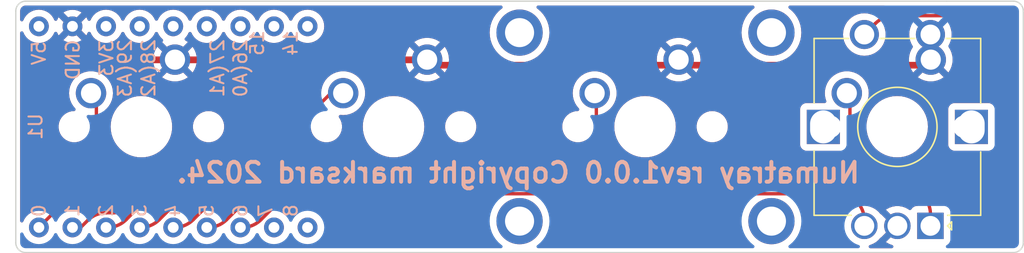
<source format=kicad_pcb>
(kicad_pcb (version 20221018) (generator pcbnew)
  (title_block (title "Numatray") (date "2024-11-14") (rev "1.0.0"))
  (layers (0 "F.Cu" signal) (31 "B.Cu" signal) (34 "B.Paste" user) (35 "F.Paste" user) (36 "B.SilkS" user "B.Silkscreen") (37 "F.SilkS" user "F.Silkscreen") (38 "B.Mask" user) (39 "F.Mask" user) (44 "Edge.Cuts" user))
  (net 0 "")
  (net 1 "+5V")
  (net 2 "GND")
  (net 3 "ec1a")
  (net 4 "col5")
  (net 11 "col2")
  (net 12 "col3")
  (net 13 "col4")
  (net 14 "col1")
  (net 17 "+3V3")
  (net 18 "ec1b")
  (footprint "Marksard_Audio:M2_THT_Hole" (layer "F.Cu") (at 104.775038 59.531254)
    (fp_text reference "H4" hide)
    (fp_text value "M2_TH" hide)
    (pad "" thru_hole circle (at 0 0) (size 3.5 3.5) (drill 2.2) (layers "*.Cu" "*.Mask"))
  )
  (footprint "Marksard_Keyboard:RotaryEncoder_EC12E-Switch_Vertical" (layer "F.Cu") (at 114.300046 52.387498)
    (fp_text reference "SW5" hide)
    (fp_text value "REwS" hide)
    (fp_line (start -6.3 -6.699054) (end -6.3 -1.799054) (stroke (width 0.12)) (layer "F.SilkS"))
    (fp_line (start -6.3 1.800946) (end -6.3 6.700946) (stroke (width 0.12)) (layer "F.SilkS"))
    (fp_line (start -6.3 6.700946) (end -3.5 6.700946) (stroke (width 0.12)) (layer "F.SilkS"))
    (fp_line (start -3.7 -6.699054) (end -6.3 -6.699054) (stroke (width 0.12)) (layer "F.SilkS"))
    (fp_line (start 0 0.500946) (end 0 -0.499054) (stroke (width 0.12)) (layer "F.SilkS"))
    (fp_line (start 0.5 0.000946) (end -0.5 0.000946) (stroke (width 0.12)) (layer "F.SilkS"))
    (fp_line (start 1.3 -6.699054) (end -1.3 -6.699054) (stroke (width 0.12)) (layer "F.SilkS"))
    (fp_line (start 3.8 7.500946) (end 4.1 7.800946) (stroke (width 0.12)) (layer "F.SilkS"))
    (fp_line (start 4.1 7.200946) (end 3.8 7.500946) (stroke (width 0.12)) (layer "F.SilkS"))
    (fp_line (start 4.1 7.800946) (end 4.1 7.200946) (stroke (width 0.12)) (layer "F.SilkS"))
    (fp_line (start 6.3 -6.699054) (end 3.7 -6.699054) (stroke (width 0.12)) (layer "F.SilkS"))
    (fp_line (start 6.3 -1.799054) (end 6.3 -6.699054) (stroke (width 0.12)) (layer "F.SilkS"))
    (fp_line (start 6.3 1.900946) (end 6.3 6.700946) (stroke (width 0.12)) (layer "F.SilkS"))
    (fp_line (start 6.3 6.700946) (end 3.8 6.700946) (stroke (width 0.12)) (layer "F.SilkS"))
    (fp_circle (center 0 0.000946) (end 0 -2.999054) (stroke (width 0.12)) (fill none) (layer "F.SilkS"))
    (pad "A" thru_hole rect (at 2.5 7.500946 270) (size 2 2) (drill 1.5) (layers "*.Cu" "*.Mask") (net 3 "ec1a"))
    (pad "B" thru_hole circle (at -2.5 7.500946 270) (size 2 2) (drill 1.5) (layers "*.Cu" "*.Mask") (net 18 "ec1b"))
    (pad "C" thru_hole circle (at 0 7.500946 270) (size 2 2) (drill 1.5) (layers "*.Cu" "*.Mask") (net 2 "GND"))
    (pad "MP" thru_hole rect (at -5.6 0.000946 270) (size 2.6 2.5) (drill oval 2.5 2) (layers "*.Cu" "*.Mask"))
    (pad "MP" thru_hole rect (at 5.6 0.000946 270) (size 2.6 2.5) (drill oval 2.5 2) (layers "*.Cu" "*.Mask"))
    (pad "S1" thru_hole circle (at 2.5 -6.999054 270) (size 2.2 2.2) (drill 1.5) (layers "*.Cu" "*.Mask") (net 2 "GND"))
    (pad "S2" thru_hole circle (at -2.5 -6.999054 270) (size 2.2 2.2) (drill 1.5) (layers "*.Cu" "*.Mask") (net 4 "col5"))
  )
  (footprint "ai03.MX_Solderable:MX-Solderable-1U" (layer "F.Cu") (at 57.124998 52.372498)
    (fp_text reference "SW1")
    (fp_text value "A")
    (pad "" np_thru_hole circle (at -5.08 0 48.099) (size 1.7018 1.7018) (drill 1.7018) (layers "F&B.Cu" "*.Mask"))
    (pad "" np_thru_hole circle (at 0 0) (size 3.9878 3.9878) (drill 3.9878) (layers "*.Cu" "*.Mask"))
    (pad "" np_thru_hole circle (at 5.08 0 48.099) (size 1.7018 1.7018) (drill 1.7018) (layers "F&B.Cu" "*.Mask"))
    (pad "1" thru_hole circle (at -3.81 -2.54) (size 2.3 2.3) (drill 1.524) (layers "*.Cu" "B.Mask") (net 14 "col1"))
    (pad "2" thru_hole circle (at 2.54 -5.08) (size 2.3 2.3) (drill 1.524) (layers "*.Cu" "B.Mask") (net 2 "GND"))
  )
  (footprint "Marksard_Audio:M2_THT_Hole" (layer "F.Cu") (at 104.775038 45.243742)
    (fp_text reference "H3" hide)
    (fp_text value "M2_TH" hide)
    (pad "" thru_hole circle (at 0 0) (size 3.5 3.5) (drill 2.2) (layers "*.Cu" "*.Mask"))
  )
  (footprint "ai03.MX_Solderable:MX-Solderable-1U" (layer "F.Cu") (at 76.194998 52.372498)
    (fp_text reference "SW2")
    (fp_text value "B")
    (pad "" np_thru_hole circle (at -5.08 0 48.099) (size 1.7018 1.7018) (drill 1.7018) (layers "F&B.Cu" "*.Mask"))
    (pad "" np_thru_hole circle (at 0 0) (size 3.9878 3.9878) (drill 3.9878) (layers "*.Cu" "*.Mask"))
    (pad "" np_thru_hole circle (at 5.08 0 48.099) (size 1.7018 1.7018) (drill 1.7018) (layers "F&B.Cu" "*.Mask"))
    (pad "1" thru_hole circle (at -3.81 -2.54) (size 2.3 2.3) (drill 1.524) (layers "*.Cu" "B.Mask") (net 11 "col2"))
    (pad "2" thru_hole circle (at 2.54 -5.08) (size 2.3 2.3) (drill 1.524) (layers "*.Cu" "B.Mask") (net 2 "GND"))
  )
  (footprint "ai03.MX_Solderable:MX-Solderable-1U" (layer "F.Cu") (at 95.214998 52.372498)
    (fp_text reference "SW3")
    (fp_text value "C")
    (pad "" np_thru_hole circle (at -5.08 0 48.099) (size 1.7018 1.7018) (drill 1.7018) (layers "F&B.Cu" "*.Mask"))
    (pad "" np_thru_hole circle (at 0 0) (size 3.9878 3.9878) (drill 3.9878) (layers "*.Cu" "*.Mask"))
    (pad "" np_thru_hole circle (at 5.08 0 48.099) (size 1.7018 1.7018) (drill 1.7018) (layers "F&B.Cu" "*.Mask"))
    (pad "1" thru_hole circle (at -3.81 -2.54) (size 2.3 2.3) (drill 1.524) (layers "*.Cu" "B.Mask") (net 12 "col3"))
    (pad "2" thru_hole circle (at 2.54 -5.08) (size 2.3 2.3) (drill 1.524) (layers "*.Cu" "B.Mask") (net 2 "GND"))
  )
  (footprint "Marksard_Audio:M2_THT_Hole" (layer "F.Cu") (at 85.725022 45.243742)
    (fp_text reference "H1" hide)
    (fp_text value "M2_TH" hide)
    (pad "" thru_hole circle (at 0 0) (size 3.5 3.5) (drill 2.2) (layers "*.Cu" "*.Mask"))
  )
  (footprint "Marksard_Audio:M2_THT_Hole" (layer "F.Cu") (at 85.725022 59.531254)
    (fp_text reference "H2" hide)
    (fp_text value "M2_TH" hide)
    (pad "" thru_hole circle (at 0 0) (size 3.5 3.5) (drill 2.2) (layers "*.Cu" "*.Mask"))
  )
  (footprint "ai03.MX_Solderable:MX-Solderable-1U" (layer "F.Cu") (at 114.284998 52.372498)
    (fp_text reference "SW4")
    (fp_text value "D")
    (pad "" np_thru_hole circle (at -5.08 0 48.099) (size 1.7018 1.7018) (drill 1.7018) (layers "F&B.Cu" "*.Mask"))
    (pad "" np_thru_hole circle (at 0 0) (size 3.9878 3.9878) (drill 3.9878) (layers "*.Cu" "*.Mask"))
    (pad "" np_thru_hole circle (at 5.08 0 48.099) (size 1.7018 1.7018) (drill 1.7018) (layers "F&B.Cu" "*.Mask"))
    (pad "1" thru_hole circle (at -3.81 -2.54) (size 2.3 2.3) (drill 1.524) (layers "*.Cu" "B.Mask") (net 13 "col4"))
    (pad "2" thru_hole circle (at 2.54 -5.08) (size 2.3 2.3) (drill 1.524) (layers "*.Cu" "B.Mask") (net 2 "GND"))
  )
  (footprint "Marksard_Audio:rp2040zero_compact" (layer "B.Cu") (at 59.53125 52.387498 -90)
    (fp_text reference "U1" (at -0.025 10.406252 90) (layer "B.SilkS") (effects (justify mirror)))
    (fp_text value "rp2040zero")
    (fp_text user "4" (at 6.35 0 90 unlocked) (layer "B.SilkS") (effects (justify mirror)))
    (fp_text user "5" (at 6.35 -2.54 90 unlocked) (layer "B.SilkS") (effects (justify mirror)))
    (fp_text user "5V" (at -5.588 10.16 90 unlocked) (layer "B.SilkS") (effects (justify mirror)))
    (fp_text user "29(A3" (at -4.445 3.651252 90 unlocked) (layer "B.SilkS") (effects (justify mirror)))
    (fp_text user "6" (at 6.35 -5.08 90 unlocked) (layer "B.SilkS") (effects (justify mirror)))
    (fp_text user "GND" (at -5.08 7.588252 90 unlocked) (layer "B.SilkS") (effects (justify mirror)))
    (fp_text user "26(A0" (at -4.445 -5.08 90 unlocked) (layer "B.SilkS") (effects (justify mirror)))
    (fp_text user "0" (at 6.35 10.16 90 unlocked) (layer "B.SilkS") (effects (justify mirror)))
    (fp_text user "14" (at -6.35 -8.89 90 unlocked) (layer "B.SilkS") (effects (justify mirror)))
    (fp_text user "27(A1" (at -4.445 -3.343748 90 unlocked) (layer "B.SilkS") (effects (justify mirror)))
    (fp_text user "15" (at -6.35 -6.35 90 unlocked) (layer "B.SilkS") (effects (justify mirror)))
    (fp_text user "28(A2" (at -4.445 1.873252 90 unlocked) (layer "B.SilkS") (effects (justify mirror)))
    (fp_text user "8" (at 6.35 -8.89 90 unlocked) (layer "B.SilkS") (effects (justify mirror)))
    (fp_text user "1" (at 6.35 7.62 90 unlocked) (layer "B.SilkS") (effects (justify mirror)))
    (fp_text user "3V3" (at -5.207 5.048252 90 unlocked) (layer "B.SilkS") (effects (justify mirror)))
    (fp_text user "2" (at 6.35 5.08 90 unlocked) (layer "B.SilkS") (effects (justify mirror)))
    (fp_text user "7" (at 6.35 -6.985 90 unlocked) (layer "B.SilkS") (effects (justify mirror)))
    (fp_text user "3" (at 6.35 2.54 90 unlocked) (layer "B.SilkS") (effects (justify mirror)))
    (pad "1" thru_hole circle (at 7.62 10.16 90) (size 1.5 1.5) (drill 0.82) (layers "*.Cu" "*.Mask") (net 14 "col1"))
    (pad "2" thru_hole circle (at 7.62 7.62 90) (size 1.5 1.5) (drill 0.82) (layers "*.Cu" "*.Mask") (net 11 "col2"))
    (pad "3" thru_hole circle (at 7.62 5.08 90) (size 1.5 1.5) (drill 0.82) (layers "*.Cu" "*.Mask") (net 12 "col3"))
    (pad "4" thru_hole circle (at 7.62 2.54 90) (size 1.5 1.5) (drill 0.82) (layers "*.Cu" "*.Mask") (net 13 "col4"))
    (pad "5" thru_hole circle (at 7.62 0 90) (size 1.5 1.5) (drill 0.82) (layers "*.Cu" "*.Mask") (net 4 "col5"))
    (pad "6" thru_hole circle (at 7.62 -2.54 90) (size 1.5 1.5) (drill 0.82) (layers "*.Cu" "*.Mask") (net 3 "ec1a"))
    (pad "7" thru_hole circle (at 7.62 -5.08 90) (size 1.5 1.5) (drill 0.82) (layers "*.Cu" "*.Mask") (net 18 "ec1b"))
    (pad "8" thru_hole circle (at 7.62 -7.62 90) (size 1.5 1.5) (drill 0.82) (layers "*.Cu" "*.Mask"))
    (pad "9" thru_hole circle (at 7.62 -10.16 90) (size 1.5 1.5) (drill 0.82) (layers "*.Cu" "*.Mask"))
    (pad "15" thru_hole circle (at -7.62 -10.16 90) (size 1.5 1.5) (drill 0.82) (layers "*.Cu" "*.Mask"))
    (pad "16" thru_hole circle (at -7.62 -7.62 90) (size 1.5 1.5) (drill 0.82) (layers "*.Cu" "*.Mask"))
    (pad "17" thru_hole circle (at -7.62 -5.08 90) (size 1.5 1.5) (drill 0.82) (layers "*.Cu" "*.Mask"))
    (pad "18" thru_hole circle (at -7.62 -2.54 90) (size 1.5 1.5) (drill 0.82) (layers "*.Cu" "*.Mask"))
    (pad "19" thru_hole circle (at -7.62 0 90) (size 1.5 1.5) (drill 0.82) (layers "*.Cu" "*.Mask"))
    (pad "20" thru_hole circle (at -7.62 2.54 90) (size 1.5 1.5) (drill 0.82) (layers "*.Cu" "*.Mask"))
    (pad "21" thru_hole circle (at -7.62 5.08 90) (size 1.5 1.5) (drill 0.82) (layers "*.Cu" "*.Mask") (net 17 "+3V3"))
    (pad "22" thru_hole circle (at -7.62 7.62 90) (size 1.5 1.5) (drill 0.82) (layers "*.Cu" "*.Mask") (net 2 "GND"))
    (pad "23" thru_hole circle (at -7.62 10.16 90) (size 1.5 1.5) (drill 0.82) (layers "*.Cu" "*.Mask") (net 1 "+5V"))
  )
  (gr_arc (start 48.374998 61.912498) (mid 47.844668 61.692828) (end 47.624998 61.162498) (stroke (width 0.1)) (layer "Edge.Cuts"))
  (gr_line (start 118.024998 42.862498) (end 123.074998 42.862498) (stroke (width 0.1)) (layer "Edge.Cuts"))
  (gr_arc (start 123.824998 61.162498) (mid 123.605328 61.692828) (end 123.074998 61.912498) (stroke (width 0.1)) (layer "Edge.Cuts"))
  (gr_arc (start 47.624998 43.612498) (mid 47.844668 43.082168) (end 48.374998 42.862498) (stroke (width 0.1)) (layer "Edge.Cuts"))
  (gr_line (start 123.824998 43.612498) (end 123.824998 61.162498) (stroke (width 0.1)) (layer "Edge.Cuts"))
  (gr_line (start 80.424998 42.862498) (end 118.024998 42.862498) (stroke (width 0.1)) (layer "Edge.Cuts"))
  (gr_line (start 47.624998 61.162498) (end 47.624998 43.612498) (stroke (width 0.1)) (layer "Edge.Cuts"))
  (gr_line (start 123.074998 61.912498) (end 48.374998 61.912498) (stroke (width 0.1)) (layer "Edge.Cuts"))
  (gr_line (start 48.374998 42.862498) (end 80.424998 42.862498) (stroke (width 0.1)) (layer "Edge.Cuts"))
  (gr_arc (start 123.074998 42.862498) (mid 123.605328 43.082168) (end 123.824998 43.612498) (stroke (width 0.1)) (layer "Edge.Cuts"))
  (gr_text "Numatray rev1.0.0 Copyright marksard 2024.\n" (at 85.624998 55.862498) (layer "B.SilkS") (effects (font (size 1.5 1.5) (thickness 0.3)) (justify mirror)))
  (segment (start 116.824998 47.292498) (end 116.404998 47.712498) (width 0.508) (layer "F.Cu") (net 2))
  (segment (start 116.404998 47.712498) (end 79.154998 47.712498) (width 0.508) (layer "F.Cu") (net 2))
  (segment (start 79.154998 47.712498) (end 78.734998 47.292498) (width 0.508) (layer "F.Cu") (net 2))
  (segment (start 55.279677 47.307498) (end 78.719998 47.307498) (width 0.508) (layer "F.Cu") (net 2))
  (segment (start 78.719998 47.307498) (end 78.734998 47.292498) (width 0.508) (layer "F.Cu") (net 2))
  (segment (start 51.91125 44.767498) (end 53.865464 46.721712) (width 0.508) (layer "F.Cu") (net 2))
  (arc (start 55.279677 47.307498) (mid 54.51431 47.155257) (end 53.865464 46.721712) (width 0.508) (layer "F.Cu") (net 2))
  (segment (start 116.800046 59.000254) (end 116.800046 59.888444) (width 0.254) (layer "F.Cu") (net 3))
  (segment (start 62.07125 60.007498) (end 62.151571 60.007498) (width 0.254) (layer "F.Cu") (net 3))
  (segment (start 66.815669 57.000254) (end 114.800046 57.000254) (width 0.254) (layer "F.Cu") (net 3))
  (segment (start 63.565785 59.421711) (end 65.401456 57.58604) (width 0.254) (layer "F.Cu") (net 3))
  (arc (start 63.565785 59.421711) (mid 62.916938 59.855257) (end 62.151571 60.007498) (width 0.254) (layer "F.Cu") (net 3))
  (arc (start 116.800046 59.000254) (mid 116.21426 57.58604) (end 114.800046 57.000254) (width 0.254) (layer "F.Cu") (net 3))
  (arc (start 66.815669 57.000254) (mid 66.050302 57.152495) (end 65.401456 57.58604) (width 0.254) (layer "F.Cu") (net 3))
  (segment (start 59.53125 60.007498) (end 59.627197 60.007498) (width 0.254) (layer "F.Cu") (net 4))
  (segment (start 64.745295 56.546254) (end 119.602815 56.546254) (width 0.254) (layer "F.Cu") (net 4))
  (segment (start 121.017029 55.960467) (end 121.685158 55.292338) (width 0.254) (layer "F.Cu") (net 4))
  (segment (start 118.015517 43.961444) (end 114.055473 43.961444) (width 0.254) (layer "F.Cu") (net 4))
  (segment (start 122.270944 53.878125) (end 122.270944 48.216871) (width 0.254) (layer "F.Cu") (net 4))
  (segment (start 121.685157 46.802657) (end 119.42973 44.54723) (width 0.254) (layer "F.Cu") (net 4))
  (segment (start 112.641259 44.547231) (end 111.800046 45.388444) (width 0.254) (layer "F.Cu") (net 4))
  (segment (start 61.041411 59.421711) (end 63.331082 57.13204) (width 0.254) (layer "F.Cu") (net 4))
  (arc (start 63.331082 57.13204) (mid 63.979942 56.698534) (end 64.745295 56.546254) (width 0.254) (layer "F.Cu") (net 4))
  (arc (start 121.685158 55.292338) (mid 122.118703 54.643492) (end 122.270944 53.878125) (width 0.254) (layer "F.Cu") (net 4))
  (arc (start 119.602815 56.546254) (mid 120.368182 56.394013) (end 121.017029 55.960467) (width 0.254) (layer "F.Cu") (net 4))
  (arc (start 121.685157 46.802657) (mid 122.118703 47.451504) (end 122.270944 48.216871) (width 0.254) (layer "F.Cu") (net 4))
  (arc (start 114.055473 43.961444) (mid 113.290106 44.113685) (end 112.641259 44.547231) (width 0.254) (layer "F.Cu") (net 4))
  (arc (start 59.627197 60.007498) (mid 60.392564 59.855257) (end 61.041411 59.421711) (width 0.254) (layer "F.Cu") (net 4))
  (arc (start 119.42973 44.54723) (mid 118.780884 44.113685) (end 118.015517 43.961444) (width 0.254) (layer "F.Cu") (net 4))
  (segment (start 52.529998 60.007498) (end 53.059212 59.478284) (width 0.254) (layer "F.Cu") (net 11))
  (segment (start 56.438733 58.306711) (end 58.975404 55.77004) (width 0.254) (layer "F.Cu") (net 11))
  (segment (start 60.389617 55.184254) (end 65.274815 55.184254) (width 0.254) (layer "F.Cu") (net 11))
  (segment (start 71.454998 49.832498) (end 72.384998 49.832498) (width 0.254) (layer "F.Cu") (net 11))
  (segment (start 66.689029 54.598467) (end 71.454998 49.832498) (width 0.254) (layer "F.Cu") (net 11))
  (segment (start 54.473425 58.892498) (end 55.024519 58.892498) (width 0.254) (layer "F.Cu") (net 11))
  (segment (start 51.91125 60.007498) (end 52.529998 60.007498) (width 0.254) (layer "F.Cu") (net 11))
  (arc (start 58.975404 55.77004) (mid 59.62425 55.336495) (end 60.389617 55.184254) (width 0.254) (layer "F.Cu") (net 11))
  (arc (start 65.274815 55.184254) (mid 66.040176 55.032005) (end 66.689029 54.598467) (width 0.254) (layer "F.Cu") (net 11))
  (arc (start 53.059212 59.478284) (mid 53.708058 59.044739) (end 54.473425 58.892498) (width 0.254) (layer "F.Cu") (net 11))
  (arc (start 55.024519 58.892498) (mid 55.789886 58.740257) (end 56.438733 58.306711) (width 0.254) (layer "F.Cu") (net 11))
  (segment (start 55.965785 59.421711) (end 59.163456 56.22404) (width 0.254) (layer "F.Cu") (net 12))
  (segment (start 91.532699 49.960199) (end 91.404998 49.832498) (width 0.254) (layer "F.Cu") (net 12))
  (segment (start 54.45125 60.007498) (end 54.551571 60.007498) (width 0.254) (layer "F.Cu") (net 12))
  (segment (start 91.532699 53.781134) (end 91.532699 49.960199) (width 0.254) (layer "F.Cu") (net 12))
  (segment (start 60.577669 55.638254) (end 89.534998 55.638254) (width 0.254) (layer "F.Cu") (net 12))
  (arc (start 89.534998 55.638254) (mid 90.89782 55.102041) (end 91.532699 53.781134) (width 0.254) (layer "F.Cu") (net 12))
  (arc (start 59.163456 56.22404) (mid 59.812303 55.790494) (end 60.577669 55.638254) (width 0.254) (layer "F.Cu") (net 12))
  (arc (start 54.551571 60.007498) (mid 55.316938 59.855257) (end 55.965785 59.421711) (width 0.254) (layer "F.Cu") (net 12))
  (segment (start 58.471411 59.421711) (end 61.215082 56.67804) (width 0.254) (layer "F.Cu") (net 13))
  (segment (start 56.99125 60.007498) (end 57.057197 60.007498) (width 0.254) (layer "F.Cu") (net 13))
  (segment (start 62.629295 56.092254) (end 108.711998 56.092254) (width 0.254) (layer "F.Cu") (net 13))
  (segment (start 110.711998 54.092254) (end 110.711998 50.069498) (width 0.254) (layer "F.Cu") (net 13))
  (segment (start 110.711998 50.069498) (end 110.474998 49.832498) (width 0.254) (layer "F.Cu") (net 13))
  (arc (start 57.057197 60.007498) (mid 57.822564 59.855257) (end 58.471411 59.421711) (width 0.254) (layer "F.Cu") (net 13))
  (arc (start 108.711998 56.092254) (mid 110.126197 55.506465) (end 110.711998 54.092254) (width 0.254) (layer "F.Cu") (net 13))
  (arc (start 61.215082 56.67804) (mid 61.863931 56.244503) (end 62.629295 56.092254) (width 0.254) (layer "F.Cu") (net 13))
  (segment (start 53.720998 54.83202) (end 53.720998 50.238498) (width 0.254) (layer "F.Cu") (net 14))
  (segment (start 50.364909 59.014139) (end 50.437971 58.943174) (width 0.254) (layer "F.Cu") (net 14))
  (segment (start 53.720998 50.238498) (end 53.314998 49.832498) (width 0.254) (layer "F.Cu") (net 14))
  (segment (start 50.458713 58.922732) (end 53.135212 56.246233) (width 0.254) (layer "F.Cu") (net 14))
  (segment (start 49.37125 60.007498) (end 50.344169 59.034579) (width 0.254) (layer "F.Cu") (net 14))
  (arc (start 53.135212 56.246233) (mid 53.568757 55.597387) (end 53.720998 54.83202) (width 0.254) (layer "F.Cu") (net 14))
  (arc (start 50.364909 59.014139) (mid 50.354502 59.024321) (end 50.344169 59.034579) (width 0.254) (layer "F.Cu") (net 14))
  (arc (start 50.458713 58.922732) (mid 50.448379 58.932991) (end 50.437971 58.943174) (width 0.254) (layer "F.Cu") (net 14))
  (segment (start 68.961669 57.454254) (end 109.800046 57.454254) (width 0.254) (layer "F.Cu") (net 18))
  (segment (start 64.61125 60.007498) (end 64.751571 60.007498) (width 0.254) (layer "F.Cu") (net 18))
  (segment (start 111.800046 59.454254) (end 111.800046 59.888444) (width 0.254) (layer "F.Cu") (net 18))
  (segment (start 66.165785 59.421711) (end 67.547456 58.04004) (width 0.254) (layer "F.Cu") (net 18))
  (arc (start 111.800046 59.454254) (mid 111.21426 58.04004) (end 109.800046 57.454254) (width 0.254) (layer "F.Cu") (net 18))
  (arc (start 66.165785 59.421711) (mid 65.516938 59.855257) (end 64.751571 60.007498) (width 0.254) (layer "F.Cu") (net 18))
  (arc (start 67.547456 58.04004) (mid 68.196302 57.606495) (end 68.961669 57.454254) (width 0.254) (layer "F.Cu") (net 18))
  (zone (net 2) (net_name "GND") (layers "F&B.Cu") (connect_pads (clearance 0.508)) (min_thickness 0.25) (fill yes (thermal_gap 0.5) (thermal_bridge_width 0.5))
    (polygon (pts (xy 47.624998 42.862498) (xy 47.624998 61.912514) (xy 123.825062 61.912514) (xy 123.825062 42.862498)))
  )
)
</source>
